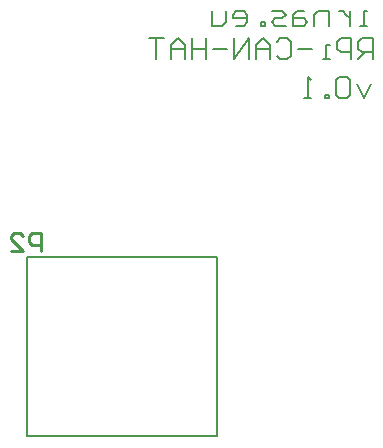
<source format=gbo>
G04*
G04 #@! TF.GenerationSoftware,Altium Limited,Altium Designer,18.1.9 (240)*
G04*
G04 Layer_Color=32896*
%FSAX25Y25*%
%MOIN*%
G70*
G01*
G75*
%ADD12C,0.01000*%
%ADD14C,0.00787*%
D12*
X0407677Y0289173D02*
Y0295171D01*
X0404678D01*
X0403679Y0294172D01*
Y0292172D01*
X0404678Y0291173D01*
X0407677D01*
X0397680Y0289173D02*
X0401679D01*
X0397680Y0293172D01*
Y0294172D01*
X0398680Y0295171D01*
X0400679D01*
X0401679Y0294172D01*
D14*
X0402992Y0227402D02*
X0405118D01*
X0402992D02*
Y0287165D01*
X0466575D01*
X0405118Y0227402D02*
X0466575D01*
Y0287165D01*
X0517913Y0344782D02*
X0515552Y0340059D01*
X0513191Y0344782D01*
X0510829Y0345963D02*
X0509648Y0347143D01*
X0507287D01*
X0506106Y0345963D01*
Y0341240D01*
X0507287Y0340059D01*
X0509648D01*
X0510829Y0341240D01*
Y0345963D01*
X0503745Y0340059D02*
Y0341240D01*
X0502564D01*
Y0340059D01*
X0503745D01*
X0497841D02*
X0495480D01*
X0496660D01*
Y0347143D01*
X0497841Y0345963D01*
X0518307Y0352953D02*
Y0360037D01*
X0514765D01*
X0513584Y0358856D01*
Y0356495D01*
X0514765Y0355314D01*
X0518307D01*
X0515946D02*
X0513584Y0352953D01*
X0511223D02*
Y0360037D01*
X0507681D01*
X0506500Y0358856D01*
Y0356495D01*
X0507681Y0355314D01*
X0511223D01*
X0504139Y0352953D02*
X0501777D01*
X0502958D01*
Y0357676D01*
X0504139D01*
X0498235Y0356495D02*
X0493512D01*
X0486428Y0358856D02*
X0487608Y0360037D01*
X0489970D01*
X0491151Y0358856D01*
Y0354134D01*
X0489970Y0352953D01*
X0487608D01*
X0486428Y0354134D01*
X0484066Y0352953D02*
Y0357676D01*
X0481705Y0360037D01*
X0479343Y0357676D01*
Y0352953D01*
Y0356495D01*
X0484066D01*
X0476982Y0352953D02*
Y0360037D01*
X0472259Y0352953D01*
Y0360037D01*
X0469898Y0356495D02*
X0465175D01*
X0462813Y0360037D02*
Y0352953D01*
Y0356495D01*
X0458090D01*
Y0360037D01*
Y0352953D01*
X0455729D02*
Y0357676D01*
X0453368Y0360037D01*
X0451006Y0357676D01*
Y0352953D01*
Y0356495D01*
X0455729D01*
X0448645Y0360037D02*
X0443922D01*
X0446283D01*
Y0352953D01*
X0516634Y0364272D02*
X0514272D01*
X0515453D01*
Y0368994D01*
X0516634D01*
X0510730D02*
Y0364272D01*
Y0366633D01*
X0509550Y0367814D01*
X0508369Y0368994D01*
X0507188D01*
X0503646Y0364272D02*
Y0368994D01*
X0500104D01*
X0498923Y0367814D01*
Y0364272D01*
X0495381Y0368994D02*
X0493019D01*
X0491839Y0367814D01*
Y0364272D01*
X0495381D01*
X0496562Y0365452D01*
X0495381Y0366633D01*
X0491839D01*
X0489477Y0364272D02*
X0485935D01*
X0484754Y0365452D01*
X0485935Y0366633D01*
X0488297D01*
X0489477Y0367814D01*
X0488297Y0368994D01*
X0484754D01*
X0482393Y0364272D02*
Y0365452D01*
X0481212D01*
Y0364272D01*
X0482393D01*
X0472947D02*
X0475309D01*
X0476489Y0365452D01*
Y0367814D01*
X0475309Y0368994D01*
X0472947D01*
X0471767Y0367814D01*
Y0366633D01*
X0476489D01*
X0469405Y0368994D02*
Y0365452D01*
X0468224Y0364272D01*
X0464682D01*
Y0368994D01*
M02*

</source>
